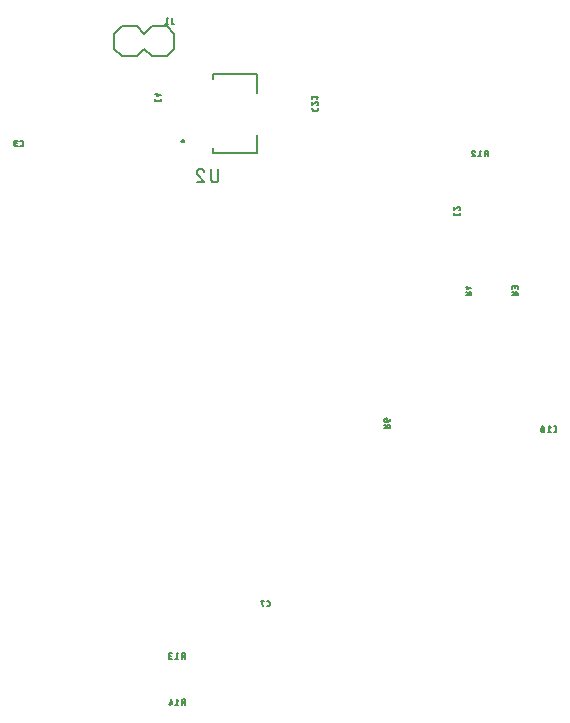
<source format=gbr>
G04 EAGLE Gerber X2 export*
%TF.Part,Single*%
%TF.FileFunction,Legend,Bot,1*%
%TF.FilePolarity,Positive*%
%TF.GenerationSoftware,Autodesk,EAGLE,8.6.1*%
%TF.CreationDate,2018-11-27T14:45:23Z*%
G75*
%MOMM*%
%FSLAX34Y34*%
%LPD*%
%AMOC8*
5,1,8,0,0,1.08239X$1,22.5*%
G01*
%ADD10C,0.127000*%
%ADD11C,0.203200*%
%ADD12C,0.200000*%


D10*
X489077Y530634D02*
X489077Y529562D01*
X489079Y529497D01*
X489085Y529433D01*
X489095Y529369D01*
X489108Y529305D01*
X489126Y529243D01*
X489147Y529182D01*
X489171Y529122D01*
X489200Y529064D01*
X489232Y529007D01*
X489267Y528953D01*
X489305Y528901D01*
X489347Y528851D01*
X489391Y528804D01*
X489438Y528760D01*
X489488Y528718D01*
X489540Y528680D01*
X489594Y528645D01*
X489651Y528613D01*
X489709Y528584D01*
X489769Y528560D01*
X489830Y528539D01*
X489892Y528521D01*
X489956Y528508D01*
X490020Y528498D01*
X490084Y528492D01*
X490149Y528490D01*
X490149Y528489D02*
X492831Y528489D01*
X492831Y528490D02*
X492896Y528492D01*
X492960Y528498D01*
X493024Y528508D01*
X493088Y528521D01*
X493150Y528539D01*
X493211Y528560D01*
X493271Y528584D01*
X493329Y528613D01*
X493386Y528645D01*
X493440Y528680D01*
X493492Y528718D01*
X493542Y528760D01*
X493589Y528804D01*
X493633Y528851D01*
X493675Y528901D01*
X493713Y528953D01*
X493748Y529007D01*
X493780Y529064D01*
X493809Y529122D01*
X493833Y529182D01*
X493854Y529243D01*
X493872Y529305D01*
X493885Y529369D01*
X493895Y529433D01*
X493901Y529497D01*
X493903Y529562D01*
X493903Y530634D01*
X493903Y534564D02*
X493901Y534632D01*
X493895Y534699D01*
X493886Y534766D01*
X493873Y534833D01*
X493856Y534898D01*
X493835Y534963D01*
X493811Y535026D01*
X493783Y535088D01*
X493752Y535148D01*
X493718Y535206D01*
X493680Y535262D01*
X493640Y535317D01*
X493596Y535368D01*
X493549Y535417D01*
X493500Y535464D01*
X493449Y535508D01*
X493394Y535548D01*
X493338Y535586D01*
X493280Y535620D01*
X493220Y535651D01*
X493158Y535679D01*
X493095Y535703D01*
X493030Y535724D01*
X492965Y535741D01*
X492898Y535754D01*
X492831Y535763D01*
X492764Y535769D01*
X492696Y535771D01*
X493903Y534564D02*
X493901Y534486D01*
X493895Y534408D01*
X493885Y534331D01*
X493872Y534254D01*
X493854Y534178D01*
X493833Y534103D01*
X493808Y534029D01*
X493779Y533957D01*
X493747Y533886D01*
X493711Y533817D01*
X493672Y533749D01*
X493629Y533684D01*
X493583Y533621D01*
X493534Y533560D01*
X493482Y533502D01*
X493427Y533447D01*
X493370Y533394D01*
X493310Y533345D01*
X493247Y533298D01*
X493182Y533255D01*
X493116Y533215D01*
X493047Y533178D01*
X492976Y533145D01*
X492904Y533115D01*
X492831Y533089D01*
X491758Y535369D02*
X491807Y535418D01*
X491859Y535465D01*
X491914Y535508D01*
X491971Y535549D01*
X492030Y535587D01*
X492091Y535621D01*
X492154Y535652D01*
X492218Y535680D01*
X492284Y535704D01*
X492350Y535724D01*
X492418Y535741D01*
X492487Y535754D01*
X492556Y535763D01*
X492626Y535769D01*
X492696Y535771D01*
X491758Y535369D02*
X489077Y533090D01*
X489077Y535771D01*
X489077Y530634D02*
X489077Y529562D01*
X489079Y529497D01*
X489085Y529433D01*
X489095Y529369D01*
X489108Y529305D01*
X489126Y529243D01*
X489147Y529182D01*
X489171Y529122D01*
X489200Y529064D01*
X489232Y529007D01*
X489267Y528953D01*
X489305Y528901D01*
X489347Y528851D01*
X489391Y528804D01*
X489438Y528760D01*
X489488Y528718D01*
X489540Y528680D01*
X489594Y528645D01*
X489651Y528613D01*
X489709Y528584D01*
X489769Y528560D01*
X489830Y528539D01*
X489892Y528521D01*
X489956Y528508D01*
X490020Y528498D01*
X490084Y528492D01*
X490149Y528490D01*
X490149Y528489D02*
X492831Y528489D01*
X492831Y528490D02*
X492896Y528492D01*
X492960Y528498D01*
X493024Y528508D01*
X493088Y528521D01*
X493150Y528539D01*
X493211Y528560D01*
X493271Y528584D01*
X493329Y528613D01*
X493386Y528645D01*
X493440Y528680D01*
X493492Y528718D01*
X493542Y528760D01*
X493589Y528804D01*
X493633Y528851D01*
X493675Y528901D01*
X493713Y528953D01*
X493748Y529007D01*
X493780Y529064D01*
X493809Y529122D01*
X493833Y529182D01*
X493854Y529243D01*
X493872Y529305D01*
X493885Y529369D01*
X493895Y529433D01*
X493901Y529497D01*
X493903Y529562D01*
X493903Y530634D01*
X493903Y534564D02*
X493901Y534632D01*
X493895Y534699D01*
X493886Y534766D01*
X493873Y534833D01*
X493856Y534898D01*
X493835Y534963D01*
X493811Y535026D01*
X493783Y535088D01*
X493752Y535148D01*
X493718Y535206D01*
X493680Y535262D01*
X493640Y535317D01*
X493596Y535368D01*
X493549Y535417D01*
X493500Y535464D01*
X493449Y535508D01*
X493394Y535548D01*
X493338Y535586D01*
X493280Y535620D01*
X493220Y535651D01*
X493158Y535679D01*
X493095Y535703D01*
X493030Y535724D01*
X492965Y535741D01*
X492898Y535754D01*
X492831Y535763D01*
X492764Y535769D01*
X492696Y535771D01*
X493903Y534564D02*
X493901Y534486D01*
X493895Y534408D01*
X493885Y534331D01*
X493872Y534254D01*
X493854Y534178D01*
X493833Y534103D01*
X493808Y534029D01*
X493779Y533957D01*
X493747Y533886D01*
X493711Y533817D01*
X493672Y533749D01*
X493629Y533684D01*
X493583Y533621D01*
X493534Y533560D01*
X493482Y533502D01*
X493427Y533447D01*
X493370Y533394D01*
X493310Y533345D01*
X493247Y533298D01*
X493182Y533255D01*
X493116Y533215D01*
X493047Y533178D01*
X492976Y533145D01*
X492904Y533115D01*
X492831Y533089D01*
X491758Y535369D02*
X491807Y535418D01*
X491859Y535465D01*
X491914Y535508D01*
X491971Y535549D01*
X492030Y535587D01*
X492091Y535621D01*
X492154Y535652D01*
X492218Y535680D01*
X492284Y535704D01*
X492350Y535724D01*
X492418Y535741D01*
X492487Y535754D01*
X492556Y535763D01*
X492626Y535769D01*
X492696Y535771D01*
X491758Y535369D02*
X489077Y533090D01*
X489077Y535771D01*
D11*
X245750Y688780D02*
X233050Y688780D01*
X226700Y682430D01*
X226700Y669730D02*
X233050Y663380D01*
X226700Y682430D02*
X220350Y688780D01*
X207650Y688780D01*
X201300Y682430D01*
X201300Y669730D02*
X207650Y663380D01*
X220350Y663380D01*
X226700Y669730D01*
X252100Y669730D02*
X252100Y682430D01*
X245750Y688780D01*
X252100Y669730D02*
X245750Y663380D01*
X233050Y663380D01*
X201300Y669730D02*
X201300Y682430D01*
D10*
X249856Y691757D02*
X249856Y695511D01*
X249857Y691757D02*
X249859Y691692D01*
X249865Y691628D01*
X249875Y691564D01*
X249888Y691500D01*
X249906Y691438D01*
X249927Y691377D01*
X249951Y691317D01*
X249980Y691259D01*
X250012Y691202D01*
X250047Y691148D01*
X250085Y691096D01*
X250127Y691046D01*
X250171Y690999D01*
X250218Y690955D01*
X250268Y690913D01*
X250320Y690875D01*
X250374Y690840D01*
X250431Y690808D01*
X250489Y690779D01*
X250549Y690755D01*
X250610Y690734D01*
X250672Y690716D01*
X250736Y690703D01*
X250800Y690693D01*
X250864Y690687D01*
X250929Y690685D01*
X251465Y690685D01*
X246908Y694439D02*
X245568Y695511D01*
X245568Y690685D01*
X246908Y690685D02*
X244227Y690685D01*
X249856Y691757D02*
X249856Y695511D01*
X249857Y691757D02*
X249859Y691692D01*
X249865Y691628D01*
X249875Y691564D01*
X249888Y691500D01*
X249906Y691438D01*
X249927Y691377D01*
X249951Y691317D01*
X249980Y691259D01*
X250012Y691202D01*
X250047Y691148D01*
X250085Y691096D01*
X250127Y691046D01*
X250171Y690999D01*
X250218Y690955D01*
X250268Y690913D01*
X250320Y690875D01*
X250374Y690840D01*
X250431Y690808D01*
X250489Y690779D01*
X250549Y690755D01*
X250610Y690734D01*
X250672Y690716D01*
X250736Y690703D01*
X250800Y690693D01*
X250864Y690687D01*
X250929Y690685D01*
X251465Y690685D01*
X246908Y694439D02*
X245568Y695511D01*
X245568Y690685D01*
X246908Y690685D02*
X244227Y690685D01*
X429765Y348468D02*
X434591Y348468D01*
X434591Y349809D01*
X434589Y349880D01*
X434583Y349952D01*
X434574Y350022D01*
X434561Y350092D01*
X434544Y350162D01*
X434523Y350230D01*
X434499Y350297D01*
X434471Y350363D01*
X434440Y350427D01*
X434405Y350490D01*
X434367Y350550D01*
X434326Y350609D01*
X434282Y350665D01*
X434235Y350719D01*
X434186Y350770D01*
X434133Y350818D01*
X434078Y350864D01*
X434021Y350906D01*
X433961Y350946D01*
X433900Y350982D01*
X433836Y351015D01*
X433771Y351044D01*
X433705Y351070D01*
X433637Y351093D01*
X433568Y351112D01*
X433498Y351127D01*
X433428Y351138D01*
X433357Y351146D01*
X433286Y351150D01*
X433214Y351150D01*
X433143Y351146D01*
X433072Y351138D01*
X433002Y351127D01*
X432932Y351112D01*
X432863Y351093D01*
X432795Y351070D01*
X432729Y351044D01*
X432664Y351015D01*
X432600Y350982D01*
X432539Y350946D01*
X432479Y350906D01*
X432422Y350864D01*
X432367Y350818D01*
X432314Y350770D01*
X432265Y350719D01*
X432218Y350665D01*
X432174Y350609D01*
X432133Y350550D01*
X432095Y350490D01*
X432060Y350427D01*
X432029Y350363D01*
X432001Y350297D01*
X431977Y350230D01*
X431956Y350162D01*
X431939Y350092D01*
X431926Y350022D01*
X431917Y349952D01*
X431911Y349880D01*
X431909Y349809D01*
X431910Y349809D02*
X431910Y348468D01*
X431910Y350077D02*
X429765Y351149D01*
X432446Y353891D02*
X432446Y355499D01*
X432444Y355564D01*
X432438Y355628D01*
X432428Y355692D01*
X432415Y355756D01*
X432397Y355818D01*
X432376Y355879D01*
X432352Y355939D01*
X432323Y355997D01*
X432291Y356054D01*
X432256Y356108D01*
X432218Y356160D01*
X432176Y356210D01*
X432132Y356257D01*
X432085Y356301D01*
X432035Y356343D01*
X431983Y356381D01*
X431929Y356416D01*
X431872Y356448D01*
X431814Y356477D01*
X431754Y356501D01*
X431693Y356522D01*
X431631Y356540D01*
X431567Y356553D01*
X431503Y356563D01*
X431439Y356569D01*
X431374Y356571D01*
X431374Y356572D02*
X431106Y356572D01*
X431035Y356570D01*
X430963Y356564D01*
X430893Y356555D01*
X430823Y356542D01*
X430753Y356525D01*
X430685Y356504D01*
X430618Y356480D01*
X430552Y356452D01*
X430488Y356421D01*
X430425Y356386D01*
X430365Y356348D01*
X430306Y356307D01*
X430250Y356263D01*
X430196Y356216D01*
X430145Y356167D01*
X430097Y356114D01*
X430051Y356059D01*
X430009Y356002D01*
X429969Y355942D01*
X429933Y355881D01*
X429900Y355817D01*
X429871Y355752D01*
X429845Y355686D01*
X429822Y355618D01*
X429803Y355549D01*
X429788Y355479D01*
X429777Y355409D01*
X429769Y355338D01*
X429765Y355267D01*
X429765Y355195D01*
X429769Y355124D01*
X429777Y355053D01*
X429788Y354983D01*
X429803Y354913D01*
X429822Y354844D01*
X429845Y354776D01*
X429871Y354710D01*
X429900Y354645D01*
X429933Y354581D01*
X429969Y354520D01*
X430009Y354460D01*
X430051Y354403D01*
X430097Y354348D01*
X430145Y354295D01*
X430196Y354246D01*
X430250Y354199D01*
X430306Y354155D01*
X430365Y354114D01*
X430425Y354076D01*
X430488Y354041D01*
X430552Y354010D01*
X430618Y353982D01*
X430685Y353958D01*
X430753Y353937D01*
X430823Y353920D01*
X430893Y353907D01*
X430963Y353898D01*
X431035Y353892D01*
X431106Y353890D01*
X431106Y353891D02*
X432446Y353891D01*
X432537Y353893D01*
X432628Y353899D01*
X432718Y353908D01*
X432809Y353922D01*
X432898Y353939D01*
X432986Y353960D01*
X433074Y353985D01*
X433161Y354014D01*
X433246Y354046D01*
X433330Y354081D01*
X433412Y354121D01*
X433492Y354163D01*
X433571Y354209D01*
X433647Y354259D01*
X433721Y354311D01*
X433794Y354367D01*
X433863Y354426D01*
X433930Y354487D01*
X433995Y354552D01*
X434056Y354619D01*
X434115Y354688D01*
X434171Y354760D01*
X434223Y354835D01*
X434273Y354911D01*
X434319Y354990D01*
X434361Y355070D01*
X434401Y355152D01*
X434436Y355236D01*
X434468Y355321D01*
X434497Y355408D01*
X434522Y355495D01*
X434543Y355584D01*
X434560Y355673D01*
X434574Y355764D01*
X434583Y355854D01*
X434589Y355945D01*
X434591Y356036D01*
X331498Y197485D02*
X330426Y197485D01*
X331498Y197485D02*
X331563Y197487D01*
X331627Y197493D01*
X331691Y197503D01*
X331755Y197516D01*
X331817Y197534D01*
X331878Y197555D01*
X331938Y197579D01*
X331996Y197608D01*
X332053Y197640D01*
X332107Y197675D01*
X332159Y197713D01*
X332209Y197755D01*
X332256Y197799D01*
X332300Y197846D01*
X332342Y197896D01*
X332380Y197948D01*
X332415Y198002D01*
X332447Y198059D01*
X332476Y198117D01*
X332500Y198177D01*
X332521Y198238D01*
X332539Y198300D01*
X332552Y198364D01*
X332562Y198428D01*
X332568Y198492D01*
X332570Y198557D01*
X332571Y198557D02*
X332571Y201239D01*
X332570Y201239D02*
X332568Y201304D01*
X332562Y201368D01*
X332552Y201432D01*
X332539Y201496D01*
X332521Y201558D01*
X332500Y201619D01*
X332476Y201679D01*
X332447Y201737D01*
X332415Y201794D01*
X332380Y201848D01*
X332342Y201900D01*
X332300Y201950D01*
X332256Y201997D01*
X332209Y202041D01*
X332159Y202083D01*
X332107Y202121D01*
X332053Y202156D01*
X331996Y202188D01*
X331938Y202217D01*
X331878Y202241D01*
X331817Y202262D01*
X331755Y202280D01*
X331691Y202293D01*
X331627Y202303D01*
X331563Y202309D01*
X331498Y202311D01*
X330426Y202311D01*
X327970Y202311D02*
X327970Y201775D01*
X327970Y202311D02*
X325289Y202311D01*
X326630Y197485D01*
X573199Y345059D02*
X574272Y345059D01*
X574337Y345061D01*
X574401Y345067D01*
X574465Y345077D01*
X574529Y345090D01*
X574591Y345108D01*
X574652Y345129D01*
X574712Y345153D01*
X574770Y345182D01*
X574827Y345214D01*
X574881Y345249D01*
X574933Y345287D01*
X574983Y345329D01*
X575030Y345373D01*
X575074Y345420D01*
X575116Y345470D01*
X575154Y345522D01*
X575189Y345576D01*
X575221Y345633D01*
X575250Y345691D01*
X575274Y345751D01*
X575295Y345812D01*
X575313Y345874D01*
X575326Y345938D01*
X575336Y346002D01*
X575342Y346066D01*
X575344Y346131D01*
X575344Y348813D01*
X575342Y348878D01*
X575336Y348942D01*
X575326Y349006D01*
X575313Y349070D01*
X575295Y349132D01*
X575274Y349193D01*
X575250Y349253D01*
X575221Y349311D01*
X575189Y349368D01*
X575154Y349422D01*
X575116Y349474D01*
X575074Y349524D01*
X575030Y349571D01*
X574983Y349615D01*
X574933Y349657D01*
X574881Y349695D01*
X574827Y349730D01*
X574770Y349762D01*
X574712Y349791D01*
X574652Y349815D01*
X574591Y349836D01*
X574529Y349854D01*
X574465Y349867D01*
X574401Y349877D01*
X574337Y349883D01*
X574272Y349885D01*
X573199Y349885D01*
X570743Y348813D02*
X569403Y349885D01*
X569403Y345059D01*
X570743Y345059D02*
X568062Y345059D01*
X565257Y347472D02*
X565255Y347592D01*
X565250Y347712D01*
X565241Y347832D01*
X565228Y347952D01*
X565212Y348071D01*
X565192Y348190D01*
X565168Y348308D01*
X565141Y348425D01*
X565111Y348541D01*
X565077Y348656D01*
X565039Y348771D01*
X564998Y348884D01*
X564954Y348995D01*
X564906Y349106D01*
X564855Y349215D01*
X564834Y349272D01*
X564808Y349328D01*
X564780Y349383D01*
X564748Y349435D01*
X564712Y349486D01*
X564674Y349534D01*
X564633Y349580D01*
X564589Y349623D01*
X564543Y349663D01*
X564494Y349700D01*
X564442Y349734D01*
X564389Y349765D01*
X564334Y349793D01*
X564278Y349817D01*
X564220Y349838D01*
X564161Y349855D01*
X564101Y349868D01*
X564040Y349877D01*
X563978Y349883D01*
X563917Y349885D01*
X563856Y349883D01*
X563794Y349877D01*
X563733Y349868D01*
X563673Y349855D01*
X563614Y349838D01*
X563556Y349817D01*
X563500Y349793D01*
X563445Y349765D01*
X563392Y349734D01*
X563340Y349700D01*
X563292Y349663D01*
X563245Y349623D01*
X563201Y349580D01*
X563160Y349534D01*
X563122Y349486D01*
X563086Y349435D01*
X563054Y349383D01*
X563026Y349328D01*
X563000Y349272D01*
X562979Y349215D01*
X562978Y349215D02*
X562927Y349106D01*
X562879Y348995D01*
X562835Y348884D01*
X562794Y348771D01*
X562756Y348656D01*
X562722Y348541D01*
X562692Y348425D01*
X562665Y348308D01*
X562641Y348190D01*
X562621Y348071D01*
X562605Y347952D01*
X562592Y347832D01*
X562583Y347712D01*
X562578Y347592D01*
X562576Y347472D01*
X565257Y347472D02*
X565255Y347352D01*
X565250Y347232D01*
X565241Y347112D01*
X565228Y346992D01*
X565212Y346873D01*
X565192Y346754D01*
X565168Y346636D01*
X565141Y346519D01*
X565111Y346403D01*
X565077Y346288D01*
X565039Y346173D01*
X564998Y346060D01*
X564954Y345949D01*
X564906Y345838D01*
X564855Y345729D01*
X564834Y345672D01*
X564808Y345616D01*
X564780Y345561D01*
X564748Y345509D01*
X564712Y345458D01*
X564674Y345410D01*
X564633Y345364D01*
X564589Y345321D01*
X564543Y345281D01*
X564494Y345244D01*
X564442Y345210D01*
X564389Y345179D01*
X564334Y345151D01*
X564278Y345127D01*
X564220Y345106D01*
X564161Y345089D01*
X564101Y345076D01*
X564040Y345067D01*
X563978Y345061D01*
X563917Y345059D01*
X562978Y345729D02*
X562927Y345838D01*
X562879Y345949D01*
X562835Y346060D01*
X562794Y346173D01*
X562756Y346288D01*
X562722Y346403D01*
X562692Y346519D01*
X562665Y346636D01*
X562641Y346754D01*
X562621Y346873D01*
X562605Y346992D01*
X562592Y347112D01*
X562583Y347232D01*
X562578Y347352D01*
X562576Y347472D01*
X562979Y345729D02*
X563000Y345672D01*
X563026Y345616D01*
X563054Y345561D01*
X563086Y345509D01*
X563122Y345458D01*
X563160Y345410D01*
X563201Y345364D01*
X563245Y345321D01*
X563292Y345281D01*
X563340Y345244D01*
X563392Y345210D01*
X563445Y345179D01*
X563500Y345151D01*
X563556Y345127D01*
X563614Y345106D01*
X563673Y345089D01*
X563733Y345076D01*
X563794Y345067D01*
X563856Y345061D01*
X563917Y345059D01*
X564989Y346131D02*
X562844Y348813D01*
X517335Y578485D02*
X517335Y583311D01*
X515995Y583311D01*
X515924Y583309D01*
X515852Y583303D01*
X515782Y583294D01*
X515712Y583281D01*
X515642Y583264D01*
X515574Y583243D01*
X515507Y583219D01*
X515441Y583191D01*
X515377Y583160D01*
X515314Y583125D01*
X515254Y583087D01*
X515195Y583046D01*
X515139Y583002D01*
X515085Y582955D01*
X515034Y582906D01*
X514986Y582853D01*
X514940Y582798D01*
X514898Y582741D01*
X514858Y582681D01*
X514822Y582620D01*
X514789Y582556D01*
X514760Y582491D01*
X514734Y582425D01*
X514711Y582357D01*
X514692Y582288D01*
X514677Y582218D01*
X514666Y582148D01*
X514658Y582077D01*
X514654Y582006D01*
X514654Y581934D01*
X514658Y581863D01*
X514666Y581792D01*
X514677Y581722D01*
X514692Y581652D01*
X514711Y581583D01*
X514734Y581515D01*
X514760Y581449D01*
X514789Y581384D01*
X514822Y581320D01*
X514858Y581259D01*
X514898Y581199D01*
X514940Y581142D01*
X514986Y581087D01*
X515034Y581034D01*
X515085Y580985D01*
X515139Y580938D01*
X515195Y580894D01*
X515254Y580853D01*
X515314Y580815D01*
X515377Y580780D01*
X515441Y580749D01*
X515507Y580721D01*
X515574Y580697D01*
X515642Y580676D01*
X515712Y580659D01*
X515782Y580646D01*
X515852Y580637D01*
X515924Y580631D01*
X515995Y580629D01*
X515995Y580630D02*
X517335Y580630D01*
X515726Y580630D02*
X514654Y578485D01*
X511912Y582239D02*
X510572Y583311D01*
X510572Y578485D01*
X511912Y578485D02*
X509231Y578485D01*
X504951Y583311D02*
X504883Y583309D01*
X504816Y583303D01*
X504749Y583294D01*
X504682Y583281D01*
X504617Y583264D01*
X504552Y583243D01*
X504489Y583219D01*
X504427Y583191D01*
X504367Y583160D01*
X504309Y583126D01*
X504253Y583088D01*
X504198Y583048D01*
X504147Y583004D01*
X504098Y582957D01*
X504051Y582908D01*
X504007Y582857D01*
X503967Y582802D01*
X503929Y582746D01*
X503895Y582688D01*
X503864Y582628D01*
X503836Y582566D01*
X503812Y582503D01*
X503791Y582438D01*
X503774Y582373D01*
X503761Y582306D01*
X503752Y582239D01*
X503746Y582172D01*
X503744Y582104D01*
X504951Y583311D02*
X505029Y583309D01*
X505107Y583303D01*
X505184Y583293D01*
X505261Y583280D01*
X505337Y583262D01*
X505412Y583241D01*
X505486Y583216D01*
X505558Y583187D01*
X505629Y583155D01*
X505698Y583119D01*
X505766Y583080D01*
X505831Y583037D01*
X505894Y582991D01*
X505955Y582942D01*
X506013Y582890D01*
X506068Y582835D01*
X506121Y582778D01*
X506170Y582718D01*
X506217Y582655D01*
X506260Y582590D01*
X506300Y582524D01*
X506337Y582455D01*
X506370Y582384D01*
X506400Y582312D01*
X506426Y582238D01*
X504147Y581166D02*
X504098Y581215D01*
X504051Y581267D01*
X504008Y581322D01*
X503967Y581379D01*
X503929Y581438D01*
X503895Y581499D01*
X503864Y581562D01*
X503836Y581626D01*
X503812Y581692D01*
X503792Y581758D01*
X503775Y581826D01*
X503762Y581895D01*
X503753Y581964D01*
X503747Y582034D01*
X503745Y582104D01*
X504147Y581166D02*
X506426Y578485D01*
X503745Y578485D01*
X537845Y460768D02*
X542671Y460768D01*
X542671Y462109D01*
X542669Y462180D01*
X542663Y462252D01*
X542654Y462322D01*
X542641Y462392D01*
X542624Y462462D01*
X542603Y462530D01*
X542579Y462597D01*
X542551Y462663D01*
X542520Y462727D01*
X542485Y462790D01*
X542447Y462850D01*
X542406Y462909D01*
X542362Y462965D01*
X542315Y463019D01*
X542266Y463070D01*
X542213Y463118D01*
X542158Y463164D01*
X542101Y463206D01*
X542041Y463246D01*
X541980Y463282D01*
X541916Y463315D01*
X541851Y463344D01*
X541785Y463370D01*
X541717Y463393D01*
X541648Y463412D01*
X541578Y463427D01*
X541508Y463438D01*
X541437Y463446D01*
X541366Y463450D01*
X541294Y463450D01*
X541223Y463446D01*
X541152Y463438D01*
X541082Y463427D01*
X541012Y463412D01*
X540943Y463393D01*
X540875Y463370D01*
X540809Y463344D01*
X540744Y463315D01*
X540680Y463282D01*
X540619Y463246D01*
X540559Y463206D01*
X540502Y463164D01*
X540447Y463118D01*
X540394Y463070D01*
X540345Y463019D01*
X540298Y462965D01*
X540254Y462909D01*
X540213Y462850D01*
X540175Y462790D01*
X540140Y462727D01*
X540109Y462663D01*
X540081Y462597D01*
X540057Y462530D01*
X540036Y462462D01*
X540019Y462392D01*
X540006Y462322D01*
X539997Y462252D01*
X539991Y462180D01*
X539989Y462109D01*
X539990Y462109D02*
X539990Y460768D01*
X539990Y462377D02*
X537845Y463449D01*
X537845Y466191D02*
X537845Y467531D01*
X537847Y467602D01*
X537853Y467674D01*
X537862Y467744D01*
X537875Y467814D01*
X537892Y467884D01*
X537913Y467952D01*
X537937Y468019D01*
X537965Y468085D01*
X537996Y468149D01*
X538031Y468212D01*
X538069Y468272D01*
X538110Y468331D01*
X538154Y468387D01*
X538201Y468441D01*
X538250Y468492D01*
X538303Y468540D01*
X538358Y468586D01*
X538415Y468628D01*
X538475Y468668D01*
X538536Y468704D01*
X538600Y468737D01*
X538665Y468766D01*
X538731Y468792D01*
X538799Y468815D01*
X538868Y468834D01*
X538938Y468849D01*
X539008Y468860D01*
X539079Y468868D01*
X539150Y468872D01*
X539222Y468872D01*
X539293Y468868D01*
X539364Y468860D01*
X539434Y468849D01*
X539504Y468834D01*
X539573Y468815D01*
X539641Y468792D01*
X539707Y468766D01*
X539772Y468737D01*
X539836Y468704D01*
X539897Y468668D01*
X539957Y468628D01*
X540014Y468586D01*
X540069Y468540D01*
X540122Y468492D01*
X540171Y468441D01*
X540218Y468387D01*
X540262Y468331D01*
X540303Y468272D01*
X540341Y468212D01*
X540376Y468149D01*
X540407Y468085D01*
X540435Y468019D01*
X540459Y467952D01*
X540480Y467884D01*
X540497Y467814D01*
X540510Y467744D01*
X540519Y467674D01*
X540525Y467602D01*
X540527Y467531D01*
X542671Y467799D02*
X542671Y466191D01*
X542671Y467799D02*
X542669Y467864D01*
X542663Y467928D01*
X542653Y467992D01*
X542640Y468056D01*
X542622Y468118D01*
X542601Y468179D01*
X542577Y468239D01*
X542548Y468297D01*
X542516Y468354D01*
X542481Y468408D01*
X542443Y468460D01*
X542401Y468510D01*
X542357Y468557D01*
X542310Y468601D01*
X542260Y468643D01*
X542208Y468681D01*
X542154Y468716D01*
X542097Y468748D01*
X542039Y468777D01*
X541979Y468801D01*
X541918Y468822D01*
X541856Y468840D01*
X541792Y468853D01*
X541728Y468863D01*
X541664Y468869D01*
X541599Y468871D01*
X541534Y468869D01*
X541470Y468863D01*
X541406Y468853D01*
X541342Y468840D01*
X541280Y468822D01*
X541219Y468801D01*
X541159Y468777D01*
X541101Y468748D01*
X541044Y468716D01*
X540990Y468681D01*
X540938Y468643D01*
X540888Y468601D01*
X540841Y468557D01*
X540797Y468510D01*
X540755Y468460D01*
X540717Y468408D01*
X540682Y468354D01*
X540650Y468297D01*
X540621Y468239D01*
X540597Y468179D01*
X540576Y468118D01*
X540558Y468056D01*
X540545Y467992D01*
X540535Y467928D01*
X540529Y467864D01*
X540527Y467799D01*
X540526Y467799D02*
X540526Y466727D01*
X503555Y460768D02*
X498729Y460768D01*
X503555Y460768D02*
X503555Y462109D01*
X503553Y462180D01*
X503547Y462252D01*
X503538Y462322D01*
X503525Y462392D01*
X503508Y462462D01*
X503487Y462530D01*
X503463Y462597D01*
X503435Y462663D01*
X503404Y462727D01*
X503369Y462790D01*
X503331Y462850D01*
X503290Y462909D01*
X503246Y462965D01*
X503199Y463019D01*
X503150Y463070D01*
X503097Y463118D01*
X503042Y463164D01*
X502985Y463206D01*
X502925Y463246D01*
X502864Y463282D01*
X502800Y463315D01*
X502735Y463344D01*
X502669Y463370D01*
X502601Y463393D01*
X502532Y463412D01*
X502462Y463427D01*
X502392Y463438D01*
X502321Y463446D01*
X502250Y463450D01*
X502178Y463450D01*
X502107Y463446D01*
X502036Y463438D01*
X501966Y463427D01*
X501896Y463412D01*
X501827Y463393D01*
X501759Y463370D01*
X501693Y463344D01*
X501628Y463315D01*
X501564Y463282D01*
X501503Y463246D01*
X501443Y463206D01*
X501386Y463164D01*
X501331Y463118D01*
X501278Y463070D01*
X501229Y463019D01*
X501182Y462965D01*
X501138Y462909D01*
X501097Y462850D01*
X501059Y462790D01*
X501024Y462727D01*
X500993Y462663D01*
X500965Y462597D01*
X500941Y462530D01*
X500920Y462462D01*
X500903Y462392D01*
X500890Y462322D01*
X500881Y462252D01*
X500875Y462180D01*
X500873Y462109D01*
X500874Y462109D02*
X500874Y460768D01*
X500874Y462377D02*
X498729Y463449D01*
X499801Y466191D02*
X503555Y467263D01*
X499801Y466191D02*
X499801Y468872D01*
X500874Y468068D02*
X498729Y468068D01*
X260795Y157861D02*
X260795Y153035D01*
X260795Y157861D02*
X259455Y157861D01*
X259384Y157859D01*
X259312Y157853D01*
X259242Y157844D01*
X259172Y157831D01*
X259102Y157814D01*
X259034Y157793D01*
X258967Y157769D01*
X258901Y157741D01*
X258837Y157710D01*
X258774Y157675D01*
X258714Y157637D01*
X258655Y157596D01*
X258599Y157552D01*
X258545Y157505D01*
X258494Y157456D01*
X258446Y157403D01*
X258400Y157348D01*
X258358Y157291D01*
X258318Y157231D01*
X258282Y157170D01*
X258249Y157106D01*
X258220Y157041D01*
X258194Y156975D01*
X258171Y156907D01*
X258152Y156838D01*
X258137Y156768D01*
X258126Y156698D01*
X258118Y156627D01*
X258114Y156556D01*
X258114Y156484D01*
X258118Y156413D01*
X258126Y156342D01*
X258137Y156272D01*
X258152Y156202D01*
X258171Y156133D01*
X258194Y156065D01*
X258220Y155999D01*
X258249Y155934D01*
X258282Y155870D01*
X258318Y155809D01*
X258358Y155749D01*
X258400Y155692D01*
X258446Y155637D01*
X258494Y155584D01*
X258545Y155535D01*
X258599Y155488D01*
X258655Y155444D01*
X258714Y155403D01*
X258774Y155365D01*
X258837Y155330D01*
X258901Y155299D01*
X258967Y155271D01*
X259034Y155247D01*
X259102Y155226D01*
X259172Y155209D01*
X259242Y155196D01*
X259312Y155187D01*
X259384Y155181D01*
X259455Y155179D01*
X259455Y155180D02*
X260795Y155180D01*
X259186Y155180D02*
X258114Y153035D01*
X255372Y156789D02*
X254032Y157861D01*
X254032Y153035D01*
X255372Y153035D02*
X252691Y153035D01*
X249886Y153035D02*
X248546Y153035D01*
X248475Y153037D01*
X248403Y153043D01*
X248333Y153052D01*
X248263Y153065D01*
X248193Y153082D01*
X248125Y153103D01*
X248058Y153127D01*
X247992Y153155D01*
X247928Y153186D01*
X247865Y153221D01*
X247805Y153259D01*
X247746Y153300D01*
X247690Y153344D01*
X247636Y153391D01*
X247585Y153440D01*
X247537Y153493D01*
X247491Y153548D01*
X247449Y153605D01*
X247409Y153665D01*
X247373Y153726D01*
X247340Y153790D01*
X247311Y153855D01*
X247285Y153921D01*
X247262Y153989D01*
X247243Y154058D01*
X247228Y154128D01*
X247217Y154198D01*
X247209Y154269D01*
X247205Y154340D01*
X247205Y154412D01*
X247209Y154483D01*
X247217Y154554D01*
X247228Y154624D01*
X247243Y154694D01*
X247262Y154763D01*
X247285Y154831D01*
X247311Y154897D01*
X247340Y154962D01*
X247373Y155026D01*
X247409Y155087D01*
X247449Y155147D01*
X247491Y155204D01*
X247537Y155259D01*
X247585Y155312D01*
X247636Y155361D01*
X247690Y155408D01*
X247746Y155452D01*
X247805Y155493D01*
X247865Y155531D01*
X247928Y155566D01*
X247992Y155597D01*
X248058Y155625D01*
X248125Y155649D01*
X248193Y155670D01*
X248263Y155687D01*
X248333Y155700D01*
X248403Y155709D01*
X248475Y155715D01*
X248546Y155717D01*
X248277Y157861D02*
X249886Y157861D01*
X248277Y157861D02*
X248212Y157859D01*
X248148Y157853D01*
X248084Y157843D01*
X248020Y157830D01*
X247958Y157812D01*
X247897Y157791D01*
X247837Y157767D01*
X247779Y157738D01*
X247722Y157706D01*
X247668Y157671D01*
X247616Y157633D01*
X247566Y157591D01*
X247519Y157547D01*
X247475Y157500D01*
X247433Y157450D01*
X247395Y157398D01*
X247360Y157344D01*
X247328Y157287D01*
X247299Y157229D01*
X247275Y157169D01*
X247254Y157108D01*
X247236Y157046D01*
X247223Y156982D01*
X247213Y156918D01*
X247207Y156854D01*
X247205Y156789D01*
X247207Y156724D01*
X247213Y156660D01*
X247223Y156596D01*
X247236Y156532D01*
X247254Y156470D01*
X247275Y156409D01*
X247299Y156349D01*
X247328Y156291D01*
X247360Y156234D01*
X247395Y156180D01*
X247433Y156128D01*
X247475Y156078D01*
X247519Y156031D01*
X247566Y155987D01*
X247616Y155945D01*
X247668Y155907D01*
X247722Y155872D01*
X247779Y155840D01*
X247837Y155811D01*
X247897Y155787D01*
X247958Y155766D01*
X248020Y155748D01*
X248084Y155735D01*
X248148Y155725D01*
X248212Y155719D01*
X248277Y155717D01*
X248277Y155716D02*
X249350Y155716D01*
X260795Y118745D02*
X260795Y113919D01*
X260795Y118745D02*
X259455Y118745D01*
X259384Y118743D01*
X259312Y118737D01*
X259242Y118728D01*
X259172Y118715D01*
X259102Y118698D01*
X259034Y118677D01*
X258967Y118653D01*
X258901Y118625D01*
X258837Y118594D01*
X258774Y118559D01*
X258714Y118521D01*
X258655Y118480D01*
X258599Y118436D01*
X258545Y118389D01*
X258494Y118340D01*
X258446Y118287D01*
X258400Y118232D01*
X258358Y118175D01*
X258318Y118115D01*
X258282Y118054D01*
X258249Y117990D01*
X258220Y117925D01*
X258194Y117859D01*
X258171Y117791D01*
X258152Y117722D01*
X258137Y117652D01*
X258126Y117582D01*
X258118Y117511D01*
X258114Y117440D01*
X258114Y117368D01*
X258118Y117297D01*
X258126Y117226D01*
X258137Y117156D01*
X258152Y117086D01*
X258171Y117017D01*
X258194Y116949D01*
X258220Y116883D01*
X258249Y116818D01*
X258282Y116754D01*
X258318Y116693D01*
X258358Y116633D01*
X258400Y116576D01*
X258446Y116521D01*
X258494Y116468D01*
X258545Y116419D01*
X258599Y116372D01*
X258655Y116328D01*
X258714Y116287D01*
X258774Y116249D01*
X258837Y116214D01*
X258901Y116183D01*
X258967Y116155D01*
X259034Y116131D01*
X259102Y116110D01*
X259172Y116093D01*
X259242Y116080D01*
X259312Y116071D01*
X259384Y116065D01*
X259455Y116063D01*
X259455Y116064D02*
X260795Y116064D01*
X259186Y116064D02*
X258114Y113919D01*
X255372Y117673D02*
X254032Y118745D01*
X254032Y113919D01*
X255372Y113919D02*
X252691Y113919D01*
X249886Y114991D02*
X248814Y118745D01*
X249886Y114991D02*
X247205Y114991D01*
X248009Y116064D02*
X248009Y113919D01*
X122710Y586867D02*
X121638Y586867D01*
X122710Y586867D02*
X122775Y586869D01*
X122839Y586875D01*
X122903Y586885D01*
X122967Y586898D01*
X123029Y586916D01*
X123090Y586937D01*
X123150Y586961D01*
X123208Y586990D01*
X123265Y587022D01*
X123319Y587057D01*
X123371Y587095D01*
X123421Y587137D01*
X123468Y587181D01*
X123512Y587228D01*
X123554Y587278D01*
X123592Y587330D01*
X123627Y587384D01*
X123659Y587441D01*
X123688Y587499D01*
X123712Y587559D01*
X123733Y587620D01*
X123751Y587682D01*
X123764Y587746D01*
X123774Y587810D01*
X123780Y587874D01*
X123782Y587939D01*
X123783Y587939D02*
X123783Y590621D01*
X123782Y590621D02*
X123780Y590686D01*
X123774Y590750D01*
X123764Y590814D01*
X123751Y590878D01*
X123733Y590940D01*
X123712Y591001D01*
X123688Y591061D01*
X123659Y591119D01*
X123627Y591176D01*
X123592Y591230D01*
X123554Y591282D01*
X123512Y591332D01*
X123468Y591379D01*
X123421Y591423D01*
X123371Y591465D01*
X123319Y591503D01*
X123265Y591538D01*
X123208Y591570D01*
X123150Y591599D01*
X123090Y591623D01*
X123029Y591644D01*
X122967Y591662D01*
X122903Y591675D01*
X122839Y591685D01*
X122775Y591691D01*
X122710Y591693D01*
X121638Y591693D01*
X119182Y586867D02*
X117842Y586867D01*
X117771Y586869D01*
X117699Y586875D01*
X117629Y586884D01*
X117559Y586897D01*
X117489Y586914D01*
X117421Y586935D01*
X117354Y586959D01*
X117288Y586987D01*
X117224Y587018D01*
X117161Y587053D01*
X117101Y587091D01*
X117042Y587132D01*
X116986Y587176D01*
X116932Y587223D01*
X116881Y587272D01*
X116833Y587325D01*
X116787Y587380D01*
X116745Y587437D01*
X116705Y587497D01*
X116669Y587558D01*
X116636Y587622D01*
X116607Y587687D01*
X116581Y587753D01*
X116558Y587821D01*
X116539Y587890D01*
X116524Y587960D01*
X116513Y588030D01*
X116505Y588101D01*
X116501Y588172D01*
X116501Y588244D01*
X116505Y588315D01*
X116513Y588386D01*
X116524Y588456D01*
X116539Y588526D01*
X116558Y588595D01*
X116581Y588663D01*
X116607Y588729D01*
X116636Y588794D01*
X116669Y588858D01*
X116705Y588919D01*
X116745Y588979D01*
X116787Y589036D01*
X116833Y589091D01*
X116881Y589144D01*
X116932Y589193D01*
X116986Y589240D01*
X117042Y589284D01*
X117101Y589325D01*
X117161Y589363D01*
X117224Y589398D01*
X117288Y589429D01*
X117354Y589457D01*
X117421Y589481D01*
X117489Y589502D01*
X117559Y589519D01*
X117629Y589532D01*
X117699Y589541D01*
X117771Y589547D01*
X117842Y589549D01*
X117574Y591693D02*
X119182Y591693D01*
X117574Y591693D02*
X117509Y591691D01*
X117445Y591685D01*
X117381Y591675D01*
X117317Y591662D01*
X117255Y591644D01*
X117194Y591623D01*
X117134Y591599D01*
X117076Y591570D01*
X117019Y591538D01*
X116965Y591503D01*
X116913Y591465D01*
X116863Y591423D01*
X116816Y591379D01*
X116772Y591332D01*
X116730Y591282D01*
X116692Y591230D01*
X116657Y591176D01*
X116625Y591119D01*
X116596Y591061D01*
X116572Y591001D01*
X116551Y590940D01*
X116533Y590878D01*
X116520Y590814D01*
X116510Y590750D01*
X116504Y590686D01*
X116502Y590621D01*
X116504Y590556D01*
X116510Y590492D01*
X116520Y590428D01*
X116533Y590364D01*
X116551Y590302D01*
X116572Y590241D01*
X116596Y590181D01*
X116625Y590123D01*
X116657Y590066D01*
X116692Y590012D01*
X116730Y589960D01*
X116772Y589910D01*
X116816Y589863D01*
X116863Y589819D01*
X116913Y589777D01*
X116965Y589739D01*
X117019Y589704D01*
X117076Y589672D01*
X117134Y589643D01*
X117194Y589619D01*
X117255Y589598D01*
X117317Y589580D01*
X117381Y589567D01*
X117445Y589557D01*
X117509Y589551D01*
X117574Y589549D01*
X117574Y589548D02*
X118646Y589548D01*
D12*
X258010Y591680D02*
X258012Y591743D01*
X258018Y591805D01*
X258028Y591867D01*
X258041Y591929D01*
X258059Y591989D01*
X258080Y592048D01*
X258105Y592106D01*
X258134Y592162D01*
X258166Y592216D01*
X258201Y592268D01*
X258239Y592317D01*
X258281Y592365D01*
X258325Y592409D01*
X258373Y592451D01*
X258422Y592489D01*
X258474Y592524D01*
X258528Y592556D01*
X258584Y592585D01*
X258642Y592610D01*
X258701Y592631D01*
X258761Y592649D01*
X258823Y592662D01*
X258885Y592672D01*
X258947Y592678D01*
X259010Y592680D01*
X259073Y592678D01*
X259135Y592672D01*
X259197Y592662D01*
X259259Y592649D01*
X259319Y592631D01*
X259378Y592610D01*
X259436Y592585D01*
X259492Y592556D01*
X259546Y592524D01*
X259598Y592489D01*
X259647Y592451D01*
X259695Y592409D01*
X259739Y592365D01*
X259781Y592317D01*
X259819Y592268D01*
X259854Y592216D01*
X259886Y592162D01*
X259915Y592106D01*
X259940Y592048D01*
X259961Y591989D01*
X259979Y591929D01*
X259992Y591867D01*
X260002Y591805D01*
X260008Y591743D01*
X260010Y591680D01*
X260008Y591617D01*
X260002Y591555D01*
X259992Y591493D01*
X259979Y591431D01*
X259961Y591371D01*
X259940Y591312D01*
X259915Y591254D01*
X259886Y591198D01*
X259854Y591144D01*
X259819Y591092D01*
X259781Y591043D01*
X259739Y590995D01*
X259695Y590951D01*
X259647Y590909D01*
X259598Y590871D01*
X259546Y590836D01*
X259492Y590804D01*
X259436Y590775D01*
X259378Y590750D01*
X259319Y590729D01*
X259259Y590711D01*
X259197Y590698D01*
X259135Y590688D01*
X259073Y590682D01*
X259010Y590680D01*
X258947Y590682D01*
X258885Y590688D01*
X258823Y590698D01*
X258761Y590711D01*
X258701Y590729D01*
X258642Y590750D01*
X258584Y590775D01*
X258528Y590804D01*
X258474Y590836D01*
X258422Y590871D01*
X258373Y590909D01*
X258325Y590951D01*
X258281Y590995D01*
X258239Y591043D01*
X258201Y591092D01*
X258166Y591144D01*
X258134Y591198D01*
X258105Y591254D01*
X258080Y591312D01*
X258059Y591371D01*
X258041Y591431D01*
X258028Y591493D01*
X258018Y591555D01*
X258012Y591617D01*
X258010Y591680D01*
D10*
X285030Y585345D02*
X285030Y581180D01*
X322030Y581180D01*
X322030Y596895D01*
X285030Y644015D02*
X285030Y648180D01*
X322030Y648180D01*
X322030Y632465D01*
X289315Y568008D02*
X289315Y559746D01*
X289313Y559635D01*
X289307Y559524D01*
X289298Y559414D01*
X289284Y559304D01*
X289267Y559194D01*
X289246Y559085D01*
X289221Y558977D01*
X289192Y558870D01*
X289159Y558764D01*
X289123Y558659D01*
X289084Y558556D01*
X289040Y558453D01*
X288993Y558353D01*
X288943Y558254D01*
X288889Y558157D01*
X288832Y558062D01*
X288772Y557969D01*
X288708Y557878D01*
X288641Y557789D01*
X288571Y557703D01*
X288499Y557620D01*
X288423Y557538D01*
X288345Y557460D01*
X288263Y557384D01*
X288180Y557312D01*
X288094Y557242D01*
X288005Y557175D01*
X287914Y557111D01*
X287821Y557051D01*
X287726Y556994D01*
X287629Y556940D01*
X287530Y556890D01*
X287430Y556843D01*
X287327Y556799D01*
X287224Y556760D01*
X287119Y556724D01*
X287013Y556691D01*
X286906Y556662D01*
X286798Y556637D01*
X286689Y556616D01*
X286579Y556599D01*
X286469Y556585D01*
X286359Y556576D01*
X286248Y556570D01*
X286137Y556568D01*
X286026Y556570D01*
X285915Y556576D01*
X285805Y556585D01*
X285695Y556599D01*
X285585Y556616D01*
X285476Y556637D01*
X285368Y556662D01*
X285261Y556691D01*
X285155Y556724D01*
X285050Y556760D01*
X284947Y556799D01*
X284844Y556843D01*
X284744Y556890D01*
X284645Y556940D01*
X284548Y556994D01*
X284453Y557051D01*
X284360Y557111D01*
X284269Y557175D01*
X284180Y557242D01*
X284094Y557312D01*
X284011Y557384D01*
X283929Y557460D01*
X283851Y557538D01*
X283775Y557620D01*
X283703Y557703D01*
X283633Y557789D01*
X283566Y557878D01*
X283502Y557969D01*
X283442Y558062D01*
X283385Y558157D01*
X283331Y558254D01*
X283281Y558353D01*
X283234Y558453D01*
X283190Y558556D01*
X283151Y558659D01*
X283115Y558764D01*
X283082Y558870D01*
X283053Y558977D01*
X283028Y559085D01*
X283007Y559194D01*
X282990Y559304D01*
X282976Y559414D01*
X282967Y559524D01*
X282961Y559635D01*
X282959Y559746D01*
X282959Y568008D01*
X273998Y568008D02*
X273894Y568006D01*
X273789Y568000D01*
X273685Y567991D01*
X273582Y567978D01*
X273479Y567960D01*
X273376Y567940D01*
X273275Y567915D01*
X273174Y567887D01*
X273075Y567855D01*
X272976Y567819D01*
X272879Y567780D01*
X272784Y567738D01*
X272690Y567692D01*
X272598Y567642D01*
X272508Y567589D01*
X272420Y567533D01*
X272334Y567474D01*
X272250Y567412D01*
X272169Y567346D01*
X272089Y567278D01*
X272013Y567207D01*
X271939Y567133D01*
X271868Y567057D01*
X271800Y566977D01*
X271734Y566896D01*
X271672Y566812D01*
X271613Y566726D01*
X271557Y566638D01*
X271504Y566548D01*
X271454Y566456D01*
X271408Y566362D01*
X271366Y566267D01*
X271327Y566170D01*
X271291Y566071D01*
X271259Y565972D01*
X271231Y565871D01*
X271206Y565770D01*
X271186Y565667D01*
X271168Y565564D01*
X271155Y565461D01*
X271146Y565357D01*
X271140Y565252D01*
X271138Y565148D01*
X273998Y568008D02*
X274116Y568006D01*
X274235Y568000D01*
X274353Y567991D01*
X274471Y567977D01*
X274588Y567960D01*
X274704Y567939D01*
X274820Y567915D01*
X274935Y567886D01*
X275049Y567854D01*
X275162Y567819D01*
X275274Y567779D01*
X275384Y567736D01*
X275493Y567690D01*
X275601Y567640D01*
X275707Y567587D01*
X275811Y567530D01*
X275913Y567470D01*
X276013Y567406D01*
X276111Y567340D01*
X276207Y567270D01*
X276300Y567197D01*
X276391Y567122D01*
X276480Y567043D01*
X276566Y566962D01*
X276649Y566877D01*
X276730Y566791D01*
X276808Y566701D01*
X276883Y566609D01*
X276954Y566515D01*
X277023Y566419D01*
X277089Y566320D01*
X277151Y566220D01*
X277210Y566117D01*
X277266Y566012D01*
X277319Y565906D01*
X277368Y565798D01*
X277413Y565689D01*
X277455Y565578D01*
X277493Y565466D01*
X272091Y562923D02*
X272014Y562999D01*
X271940Y563078D01*
X271869Y563159D01*
X271800Y563243D01*
X271735Y563329D01*
X271672Y563417D01*
X271613Y563508D01*
X271557Y563600D01*
X271504Y563694D01*
X271454Y563790D01*
X271408Y563888D01*
X271366Y563988D01*
X271326Y564089D01*
X271291Y564191D01*
X271259Y564294D01*
X271231Y564399D01*
X271206Y564504D01*
X271185Y564610D01*
X271168Y564717D01*
X271155Y564824D01*
X271146Y564932D01*
X271140Y565040D01*
X271138Y565148D01*
X272092Y562923D02*
X277494Y556568D01*
X271138Y556568D01*
X235839Y626082D02*
X235839Y627154D01*
X235839Y626082D02*
X235841Y626017D01*
X235847Y625953D01*
X235857Y625889D01*
X235870Y625825D01*
X235888Y625763D01*
X235909Y625702D01*
X235933Y625642D01*
X235962Y625584D01*
X235994Y625527D01*
X236029Y625473D01*
X236067Y625421D01*
X236109Y625371D01*
X236153Y625324D01*
X236200Y625280D01*
X236250Y625238D01*
X236302Y625200D01*
X236356Y625165D01*
X236413Y625133D01*
X236471Y625104D01*
X236531Y625080D01*
X236592Y625059D01*
X236654Y625041D01*
X236718Y625028D01*
X236782Y625018D01*
X236846Y625012D01*
X236911Y625010D01*
X236911Y625009D02*
X239593Y625009D01*
X239593Y625010D02*
X239658Y625012D01*
X239722Y625018D01*
X239786Y625028D01*
X239850Y625041D01*
X239912Y625059D01*
X239973Y625080D01*
X240033Y625104D01*
X240091Y625133D01*
X240148Y625165D01*
X240202Y625200D01*
X240254Y625238D01*
X240304Y625280D01*
X240351Y625324D01*
X240395Y625371D01*
X240437Y625421D01*
X240475Y625473D01*
X240510Y625527D01*
X240542Y625584D01*
X240571Y625642D01*
X240595Y625702D01*
X240616Y625763D01*
X240634Y625825D01*
X240647Y625889D01*
X240657Y625953D01*
X240663Y626017D01*
X240665Y626082D01*
X240665Y627154D01*
X240665Y630682D02*
X236911Y629610D01*
X236911Y632291D01*
X237984Y631487D02*
X235839Y631487D01*
X368935Y619331D02*
X368935Y618258D01*
X368937Y618193D01*
X368943Y618129D01*
X368953Y618065D01*
X368966Y618001D01*
X368984Y617939D01*
X369005Y617878D01*
X369029Y617818D01*
X369058Y617760D01*
X369090Y617703D01*
X369125Y617649D01*
X369163Y617597D01*
X369205Y617547D01*
X369249Y617500D01*
X369296Y617456D01*
X369346Y617414D01*
X369398Y617376D01*
X369452Y617341D01*
X369509Y617309D01*
X369567Y617280D01*
X369627Y617256D01*
X369688Y617235D01*
X369750Y617217D01*
X369814Y617204D01*
X369878Y617194D01*
X369942Y617188D01*
X370007Y617186D01*
X372689Y617186D01*
X372754Y617188D01*
X372818Y617194D01*
X372882Y617204D01*
X372946Y617217D01*
X373008Y617235D01*
X373069Y617256D01*
X373129Y617280D01*
X373187Y617309D01*
X373244Y617341D01*
X373298Y617376D01*
X373350Y617414D01*
X373400Y617456D01*
X373447Y617500D01*
X373491Y617547D01*
X373533Y617597D01*
X373571Y617649D01*
X373606Y617703D01*
X373638Y617760D01*
X373667Y617818D01*
X373691Y617878D01*
X373712Y617939D01*
X373730Y618001D01*
X373743Y618065D01*
X373753Y618129D01*
X373759Y618193D01*
X373761Y618258D01*
X373761Y619331D01*
X373761Y623261D02*
X373759Y623329D01*
X373753Y623396D01*
X373744Y623463D01*
X373731Y623530D01*
X373714Y623595D01*
X373693Y623660D01*
X373669Y623723D01*
X373641Y623785D01*
X373610Y623845D01*
X373576Y623903D01*
X373538Y623959D01*
X373498Y624014D01*
X373454Y624065D01*
X373407Y624114D01*
X373358Y624161D01*
X373307Y624205D01*
X373252Y624245D01*
X373196Y624283D01*
X373138Y624317D01*
X373078Y624348D01*
X373016Y624376D01*
X372953Y624400D01*
X372888Y624421D01*
X372823Y624438D01*
X372756Y624451D01*
X372689Y624460D01*
X372622Y624466D01*
X372554Y624468D01*
X373761Y623261D02*
X373759Y623183D01*
X373753Y623105D01*
X373743Y623028D01*
X373730Y622951D01*
X373712Y622875D01*
X373691Y622800D01*
X373666Y622726D01*
X373637Y622654D01*
X373605Y622583D01*
X373569Y622514D01*
X373530Y622446D01*
X373487Y622381D01*
X373441Y622318D01*
X373392Y622257D01*
X373340Y622199D01*
X373285Y622144D01*
X373228Y622091D01*
X373168Y622042D01*
X373105Y621995D01*
X373040Y621952D01*
X372974Y621912D01*
X372905Y621875D01*
X372834Y621842D01*
X372762Y621812D01*
X372689Y621786D01*
X371616Y624066D02*
X371665Y624115D01*
X371717Y624162D01*
X371772Y624205D01*
X371829Y624246D01*
X371888Y624284D01*
X371949Y624318D01*
X372012Y624349D01*
X372076Y624377D01*
X372142Y624401D01*
X372208Y624421D01*
X372276Y624438D01*
X372345Y624451D01*
X372414Y624460D01*
X372484Y624466D01*
X372554Y624468D01*
X371616Y624066D02*
X368935Y621787D01*
X368935Y624468D01*
X372689Y627273D02*
X373761Y628614D01*
X368935Y628614D01*
X368935Y629954D02*
X368935Y627273D01*
M02*

</source>
